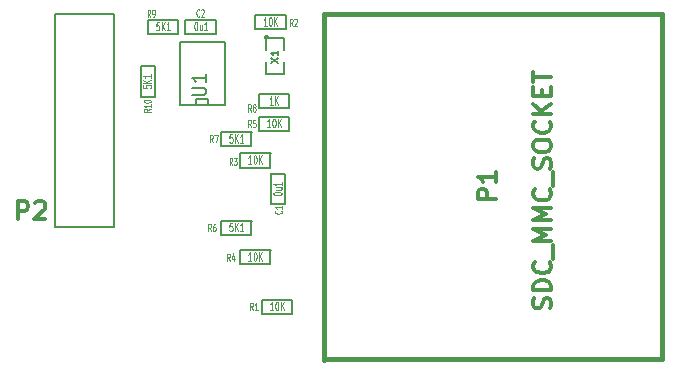
<source format=gto>
G04 (created by PCBNEW-RS274X (2011-11-27 BZR 3249)-stable) date 21/02/2012 2:37:18 p.m.*
G01*
G70*
G90*
%MOIN*%
G04 Gerber Fmt 3.4, Leading zero omitted, Abs format*
%FSLAX34Y34*%
G04 APERTURE LIST*
%ADD10C,0.006000*%
%ADD11C,0.005000*%
%ADD12C,0.015000*%
%ADD13C,0.003900*%
%ADD14C,0.004500*%
%ADD15C,0.012000*%
G04 APERTURE END LIST*
G54D10*
G54D11*
X24054Y-20550D02*
X23050Y-20550D01*
X23030Y-21022D02*
X24054Y-21022D01*
X24054Y-21022D02*
X24054Y-20550D01*
X23041Y-21018D02*
X23041Y-20558D01*
G54D12*
X28917Y-31885D02*
X28917Y-20359D01*
X28917Y-20359D02*
X40158Y-20359D01*
X40158Y-20359D02*
X40158Y-31865D01*
X40158Y-31865D02*
X28917Y-31865D01*
G54D11*
X26732Y-23503D02*
X27736Y-23503D01*
X27756Y-23031D02*
X26732Y-23031D01*
X26732Y-23031D02*
X26732Y-23503D01*
X27745Y-23035D02*
X27745Y-23495D01*
X25472Y-24763D02*
X26476Y-24763D01*
X26496Y-24291D02*
X25472Y-24291D01*
X25472Y-24291D02*
X25472Y-24763D01*
X26485Y-24295D02*
X26485Y-24755D01*
X25472Y-27716D02*
X26476Y-27716D01*
X26496Y-27244D02*
X25472Y-27244D01*
X25472Y-27244D02*
X25472Y-27716D01*
X26485Y-27248D02*
X26485Y-27708D01*
X23267Y-23109D02*
X23267Y-22105D01*
X22795Y-22085D02*
X22795Y-23109D01*
X22795Y-23109D02*
X23267Y-23109D01*
X22799Y-22096D02*
X23259Y-22096D01*
X26102Y-28700D02*
X27106Y-28700D01*
X27126Y-28228D02*
X26102Y-28228D01*
X26102Y-28228D02*
X26102Y-28700D01*
X27115Y-28232D02*
X27115Y-28692D01*
X26102Y-25472D02*
X27106Y-25472D01*
X27126Y-25000D02*
X26102Y-25000D01*
X26102Y-25000D02*
X26102Y-25472D01*
X27115Y-25004D02*
X27115Y-25464D01*
X26614Y-20866D02*
X27618Y-20866D01*
X27638Y-20394D02*
X26614Y-20394D01*
X26614Y-20394D02*
X26614Y-20866D01*
X27627Y-20398D02*
X27627Y-20858D01*
X26830Y-30350D02*
X27834Y-30350D01*
X27854Y-29878D02*
X26830Y-29878D01*
X26830Y-29878D02*
X26830Y-30350D01*
X27843Y-29882D02*
X27843Y-30342D01*
X27622Y-26685D02*
X27622Y-25681D01*
X27150Y-25661D02*
X27150Y-26685D01*
X27150Y-26685D02*
X27622Y-26685D01*
X27154Y-25672D02*
X27614Y-25672D01*
X27756Y-23779D02*
X26752Y-23779D01*
X26732Y-24251D02*
X27756Y-24251D01*
X27756Y-24251D02*
X27756Y-23779D01*
X26743Y-24247D02*
X26743Y-23787D01*
X24290Y-21022D02*
X25294Y-21022D01*
X25314Y-20550D02*
X24290Y-20550D01*
X24290Y-20550D02*
X24290Y-21022D01*
X25303Y-20554D02*
X25303Y-21014D01*
X27033Y-21121D02*
X27032Y-21130D01*
X27029Y-21140D01*
X27024Y-21148D01*
X27018Y-21156D01*
X27010Y-21162D01*
X27002Y-21167D01*
X26993Y-21169D01*
X26983Y-21170D01*
X26974Y-21170D01*
X26965Y-21167D01*
X26956Y-21162D01*
X26949Y-21156D01*
X26942Y-21149D01*
X26938Y-21140D01*
X26935Y-21131D01*
X26934Y-21121D01*
X26934Y-21112D01*
X26937Y-21103D01*
X26941Y-21094D01*
X26948Y-21087D01*
X26955Y-21080D01*
X26963Y-21076D01*
X26973Y-21073D01*
X26982Y-21072D01*
X26991Y-21072D01*
X27001Y-21075D01*
X27009Y-21079D01*
X27017Y-21085D01*
X27023Y-21093D01*
X27028Y-21101D01*
X27031Y-21110D01*
X27032Y-21120D01*
X27033Y-21121D01*
X26983Y-21571D02*
X26983Y-21171D01*
X26983Y-21171D02*
X27583Y-21171D01*
X27583Y-21171D02*
X27583Y-21571D01*
X27583Y-21971D02*
X27583Y-22371D01*
X27583Y-22371D02*
X26983Y-22371D01*
X26983Y-22371D02*
X26983Y-21971D01*
X25542Y-23372D02*
X25592Y-23372D01*
X25592Y-23372D02*
X25592Y-21272D01*
X24092Y-21272D02*
X24092Y-23372D01*
X24092Y-23372D02*
X25542Y-23372D01*
X24642Y-23372D02*
X24642Y-23172D01*
X24642Y-23172D02*
X25042Y-23172D01*
X25042Y-23172D02*
X25042Y-23372D01*
X24092Y-21272D02*
X25592Y-21272D01*
X19945Y-27449D02*
X19945Y-25874D01*
X21913Y-25874D02*
X21913Y-27449D01*
X19945Y-25087D02*
X19945Y-25875D01*
X21913Y-25087D02*
X21913Y-25875D01*
X19945Y-25087D02*
X19945Y-20363D01*
X19945Y-20363D02*
X21913Y-20363D01*
X21913Y-20363D02*
X21913Y-25087D01*
X21913Y-27450D02*
X19945Y-27450D01*
G54D13*
X23120Y-20455D02*
X23068Y-20340D01*
X23030Y-20455D02*
X23030Y-20214D01*
X23090Y-20214D01*
X23105Y-20226D01*
X23113Y-20237D01*
X23120Y-20260D01*
X23120Y-20294D01*
X23113Y-20317D01*
X23105Y-20329D01*
X23090Y-20340D01*
X23030Y-20340D01*
X23195Y-20455D02*
X23225Y-20455D01*
X23240Y-20444D01*
X23247Y-20432D01*
X23262Y-20398D01*
X23270Y-20352D01*
X23270Y-20260D01*
X23262Y-20237D01*
X23255Y-20226D01*
X23240Y-20214D01*
X23210Y-20214D01*
X23195Y-20226D01*
X23187Y-20237D01*
X23180Y-20260D01*
X23180Y-20317D01*
X23187Y-20340D01*
X23195Y-20352D01*
X23210Y-20363D01*
X23240Y-20363D01*
X23255Y-20352D01*
X23262Y-20340D01*
X23270Y-20317D01*
G54D14*
X23410Y-20619D02*
X23324Y-20619D01*
X23315Y-20753D01*
X23324Y-20739D01*
X23341Y-20726D01*
X23384Y-20726D01*
X23401Y-20739D01*
X23410Y-20753D01*
X23418Y-20779D01*
X23418Y-20846D01*
X23410Y-20873D01*
X23401Y-20886D01*
X23384Y-20899D01*
X23341Y-20899D01*
X23324Y-20886D01*
X23315Y-20873D01*
X23495Y-20899D02*
X23495Y-20619D01*
X23598Y-20899D02*
X23521Y-20739D01*
X23598Y-20619D02*
X23495Y-20779D01*
X23769Y-20899D02*
X23666Y-20899D01*
X23718Y-20899D02*
X23718Y-20619D01*
X23701Y-20659D01*
X23683Y-20686D01*
X23666Y-20699D01*
G54D15*
X34633Y-26520D02*
X34033Y-26520D01*
X34033Y-26292D01*
X34061Y-26234D01*
X34090Y-26206D01*
X34147Y-26177D01*
X34233Y-26177D01*
X34290Y-26206D01*
X34319Y-26234D01*
X34347Y-26292D01*
X34347Y-26520D01*
X34633Y-25606D02*
X34633Y-25949D01*
X34633Y-25777D02*
X34033Y-25777D01*
X34119Y-25834D01*
X34176Y-25892D01*
X34204Y-25949D01*
X36454Y-30169D02*
X36483Y-30083D01*
X36483Y-29940D01*
X36454Y-29883D01*
X36426Y-29854D01*
X36369Y-29826D01*
X36311Y-29826D01*
X36254Y-29854D01*
X36226Y-29883D01*
X36197Y-29940D01*
X36169Y-30054D01*
X36140Y-30112D01*
X36111Y-30140D01*
X36054Y-30169D01*
X35997Y-30169D01*
X35940Y-30140D01*
X35911Y-30112D01*
X35883Y-30054D01*
X35883Y-29912D01*
X35911Y-29826D01*
X36483Y-29569D02*
X35883Y-29569D01*
X35883Y-29426D01*
X35911Y-29341D01*
X35969Y-29283D01*
X36026Y-29255D01*
X36140Y-29226D01*
X36226Y-29226D01*
X36340Y-29255D01*
X36397Y-29283D01*
X36454Y-29341D01*
X36483Y-29426D01*
X36483Y-29569D01*
X36426Y-28626D02*
X36454Y-28655D01*
X36483Y-28741D01*
X36483Y-28798D01*
X36454Y-28883D01*
X36397Y-28941D01*
X36340Y-28969D01*
X36226Y-28998D01*
X36140Y-28998D01*
X36026Y-28969D01*
X35969Y-28941D01*
X35911Y-28883D01*
X35883Y-28798D01*
X35883Y-28741D01*
X35911Y-28655D01*
X35940Y-28626D01*
X36540Y-28512D02*
X36540Y-28055D01*
X36483Y-27912D02*
X35883Y-27912D01*
X36311Y-27712D01*
X35883Y-27512D01*
X36483Y-27512D01*
X36483Y-27226D02*
X35883Y-27226D01*
X36311Y-27026D01*
X35883Y-26826D01*
X36483Y-26826D01*
X36426Y-26197D02*
X36454Y-26226D01*
X36483Y-26312D01*
X36483Y-26369D01*
X36454Y-26454D01*
X36397Y-26512D01*
X36340Y-26540D01*
X36226Y-26569D01*
X36140Y-26569D01*
X36026Y-26540D01*
X35969Y-26512D01*
X35911Y-26454D01*
X35883Y-26369D01*
X35883Y-26312D01*
X35911Y-26226D01*
X35940Y-26197D01*
X36540Y-26083D02*
X36540Y-25626D01*
X36454Y-25512D02*
X36483Y-25426D01*
X36483Y-25283D01*
X36454Y-25226D01*
X36426Y-25197D01*
X36369Y-25169D01*
X36311Y-25169D01*
X36254Y-25197D01*
X36226Y-25226D01*
X36197Y-25283D01*
X36169Y-25397D01*
X36140Y-25455D01*
X36111Y-25483D01*
X36054Y-25512D01*
X35997Y-25512D01*
X35940Y-25483D01*
X35911Y-25455D01*
X35883Y-25397D01*
X35883Y-25255D01*
X35911Y-25169D01*
X35883Y-24798D02*
X35883Y-24684D01*
X35911Y-24626D01*
X35969Y-24569D01*
X36083Y-24541D01*
X36283Y-24541D01*
X36397Y-24569D01*
X36454Y-24626D01*
X36483Y-24684D01*
X36483Y-24798D01*
X36454Y-24855D01*
X36397Y-24912D01*
X36283Y-24941D01*
X36083Y-24941D01*
X35969Y-24912D01*
X35911Y-24855D01*
X35883Y-24798D01*
X36426Y-23940D02*
X36454Y-23969D01*
X36483Y-24055D01*
X36483Y-24112D01*
X36454Y-24197D01*
X36397Y-24255D01*
X36340Y-24283D01*
X36226Y-24312D01*
X36140Y-24312D01*
X36026Y-24283D01*
X35969Y-24255D01*
X35911Y-24197D01*
X35883Y-24112D01*
X35883Y-24055D01*
X35911Y-23969D01*
X35940Y-23940D01*
X36483Y-23683D02*
X35883Y-23683D01*
X36483Y-23340D02*
X36140Y-23597D01*
X35883Y-23340D02*
X36226Y-23683D01*
X36169Y-23083D02*
X36169Y-22883D01*
X36483Y-22797D02*
X36483Y-23083D01*
X35883Y-23083D01*
X35883Y-22797D01*
X35883Y-22626D02*
X35883Y-22283D01*
X36483Y-22454D02*
X35883Y-22454D01*
G54D13*
X26478Y-23605D02*
X26426Y-23490D01*
X26388Y-23605D02*
X26388Y-23364D01*
X26448Y-23364D01*
X26463Y-23376D01*
X26471Y-23387D01*
X26478Y-23410D01*
X26478Y-23444D01*
X26471Y-23467D01*
X26463Y-23479D01*
X26448Y-23490D01*
X26388Y-23490D01*
X26568Y-23467D02*
X26553Y-23456D01*
X26545Y-23444D01*
X26538Y-23421D01*
X26538Y-23410D01*
X26545Y-23387D01*
X26553Y-23376D01*
X26568Y-23364D01*
X26598Y-23364D01*
X26613Y-23376D01*
X26620Y-23387D01*
X26628Y-23410D01*
X26628Y-23421D01*
X26620Y-23444D01*
X26613Y-23456D01*
X26598Y-23467D01*
X26568Y-23467D01*
X26553Y-23479D01*
X26545Y-23490D01*
X26538Y-23513D01*
X26538Y-23559D01*
X26545Y-23582D01*
X26553Y-23594D01*
X26568Y-23605D01*
X26598Y-23605D01*
X26613Y-23594D01*
X26620Y-23582D01*
X26628Y-23559D01*
X26628Y-23513D01*
X26620Y-23490D01*
X26613Y-23479D01*
X26598Y-23467D01*
G54D14*
X27206Y-23380D02*
X27103Y-23380D01*
X27155Y-23380D02*
X27155Y-23100D01*
X27138Y-23140D01*
X27120Y-23167D01*
X27103Y-23180D01*
X27283Y-23380D02*
X27283Y-23100D01*
X27386Y-23380D02*
X27309Y-23220D01*
X27386Y-23100D02*
X27283Y-23260D01*
G54D13*
X25202Y-24625D02*
X25150Y-24510D01*
X25112Y-24625D02*
X25112Y-24384D01*
X25172Y-24384D01*
X25187Y-24396D01*
X25195Y-24407D01*
X25202Y-24430D01*
X25202Y-24464D01*
X25195Y-24487D01*
X25187Y-24499D01*
X25172Y-24510D01*
X25112Y-24510D01*
X25254Y-24384D02*
X25359Y-24384D01*
X25292Y-24625D01*
G54D14*
X25852Y-24360D02*
X25766Y-24360D01*
X25757Y-24494D01*
X25766Y-24480D01*
X25783Y-24467D01*
X25826Y-24467D01*
X25843Y-24480D01*
X25852Y-24494D01*
X25860Y-24520D01*
X25860Y-24587D01*
X25852Y-24614D01*
X25843Y-24627D01*
X25826Y-24640D01*
X25783Y-24640D01*
X25766Y-24627D01*
X25757Y-24614D01*
X25937Y-24640D02*
X25937Y-24360D01*
X26040Y-24640D02*
X25963Y-24480D01*
X26040Y-24360D02*
X25937Y-24520D01*
X26211Y-24640D02*
X26108Y-24640D01*
X26160Y-24640D02*
X26160Y-24360D01*
X26143Y-24400D01*
X26125Y-24427D01*
X26108Y-24440D01*
G54D13*
X25143Y-27593D02*
X25091Y-27478D01*
X25053Y-27593D02*
X25053Y-27352D01*
X25113Y-27352D01*
X25128Y-27364D01*
X25136Y-27375D01*
X25143Y-27398D01*
X25143Y-27432D01*
X25136Y-27455D01*
X25128Y-27467D01*
X25113Y-27478D01*
X25053Y-27478D01*
X25278Y-27352D02*
X25248Y-27352D01*
X25233Y-27364D01*
X25225Y-27375D01*
X25210Y-27409D01*
X25203Y-27455D01*
X25203Y-27547D01*
X25210Y-27570D01*
X25218Y-27582D01*
X25233Y-27593D01*
X25263Y-27593D01*
X25278Y-27582D01*
X25285Y-27570D01*
X25293Y-27547D01*
X25293Y-27490D01*
X25285Y-27467D01*
X25278Y-27455D01*
X25263Y-27444D01*
X25233Y-27444D01*
X25218Y-27455D01*
X25210Y-27467D01*
X25203Y-27490D01*
G54D14*
X25852Y-27313D02*
X25766Y-27313D01*
X25757Y-27447D01*
X25766Y-27433D01*
X25783Y-27420D01*
X25826Y-27420D01*
X25843Y-27433D01*
X25852Y-27447D01*
X25860Y-27473D01*
X25860Y-27540D01*
X25852Y-27567D01*
X25843Y-27580D01*
X25826Y-27593D01*
X25783Y-27593D01*
X25766Y-27580D01*
X25757Y-27567D01*
X25937Y-27593D02*
X25937Y-27313D01*
X26040Y-27593D02*
X25963Y-27433D01*
X26040Y-27313D02*
X25937Y-27473D01*
X26211Y-27593D02*
X26108Y-27593D01*
X26160Y-27593D02*
X26160Y-27313D01*
X26143Y-27353D01*
X26125Y-27380D01*
X26108Y-27393D01*
G54D13*
X23136Y-23518D02*
X23021Y-23570D01*
X23136Y-23608D02*
X22895Y-23608D01*
X22895Y-23548D01*
X22907Y-23533D01*
X22918Y-23525D01*
X22941Y-23518D01*
X22975Y-23518D01*
X22998Y-23525D01*
X23010Y-23533D01*
X23021Y-23548D01*
X23021Y-23608D01*
X23136Y-23368D02*
X23136Y-23458D01*
X23136Y-23413D02*
X22895Y-23413D01*
X22929Y-23428D01*
X22952Y-23443D01*
X22964Y-23458D01*
X22895Y-23271D02*
X22895Y-23256D01*
X22907Y-23241D01*
X22918Y-23233D01*
X22941Y-23226D01*
X22987Y-23218D01*
X23044Y-23218D01*
X23090Y-23226D01*
X23113Y-23233D01*
X23125Y-23241D01*
X23136Y-23256D01*
X23136Y-23271D01*
X23125Y-23286D01*
X23113Y-23293D01*
X23090Y-23301D01*
X23044Y-23308D01*
X22987Y-23308D01*
X22941Y-23301D01*
X22918Y-23293D01*
X22907Y-23286D01*
X22895Y-23271D01*
G54D14*
X22864Y-22729D02*
X22864Y-22815D01*
X22998Y-22824D01*
X22984Y-22815D01*
X22971Y-22798D01*
X22971Y-22755D01*
X22984Y-22738D01*
X22998Y-22729D01*
X23024Y-22721D01*
X23091Y-22721D01*
X23118Y-22729D01*
X23131Y-22738D01*
X23144Y-22755D01*
X23144Y-22798D01*
X23131Y-22815D01*
X23118Y-22824D01*
X23144Y-22644D02*
X22864Y-22644D01*
X23144Y-22541D02*
X22984Y-22618D01*
X22864Y-22541D02*
X23024Y-22644D01*
X23144Y-22370D02*
X23144Y-22473D01*
X23144Y-22421D02*
X22864Y-22421D01*
X22904Y-22438D01*
X22931Y-22456D01*
X22944Y-22473D01*
G54D13*
X25773Y-28585D02*
X25721Y-28470D01*
X25683Y-28585D02*
X25683Y-28344D01*
X25743Y-28344D01*
X25758Y-28356D01*
X25766Y-28367D01*
X25773Y-28390D01*
X25773Y-28424D01*
X25766Y-28447D01*
X25758Y-28459D01*
X25743Y-28470D01*
X25683Y-28470D01*
X25908Y-28424D02*
X25908Y-28585D01*
X25870Y-28333D02*
X25833Y-28505D01*
X25930Y-28505D01*
G54D14*
X26490Y-28577D02*
X26387Y-28577D01*
X26439Y-28577D02*
X26439Y-28297D01*
X26422Y-28337D01*
X26404Y-28364D01*
X26387Y-28377D01*
X26601Y-28297D02*
X26618Y-28297D01*
X26635Y-28311D01*
X26644Y-28324D01*
X26653Y-28351D01*
X26661Y-28404D01*
X26661Y-28471D01*
X26653Y-28524D01*
X26644Y-28551D01*
X26635Y-28564D01*
X26618Y-28577D01*
X26601Y-28577D01*
X26584Y-28564D01*
X26575Y-28551D01*
X26567Y-28524D01*
X26558Y-28471D01*
X26558Y-28404D01*
X26567Y-28351D01*
X26575Y-28324D01*
X26584Y-28311D01*
X26601Y-28297D01*
X26738Y-28577D02*
X26738Y-28297D01*
X26841Y-28577D02*
X26764Y-28417D01*
X26841Y-28297D02*
X26738Y-28457D01*
G54D13*
X25848Y-25388D02*
X25796Y-25273D01*
X25758Y-25388D02*
X25758Y-25147D01*
X25818Y-25147D01*
X25833Y-25159D01*
X25841Y-25170D01*
X25848Y-25193D01*
X25848Y-25227D01*
X25841Y-25250D01*
X25833Y-25262D01*
X25818Y-25273D01*
X25758Y-25273D01*
X25900Y-25147D02*
X25998Y-25147D01*
X25945Y-25239D01*
X25968Y-25239D01*
X25983Y-25250D01*
X25990Y-25262D01*
X25998Y-25285D01*
X25998Y-25342D01*
X25990Y-25365D01*
X25983Y-25377D01*
X25968Y-25388D01*
X25923Y-25388D01*
X25908Y-25377D01*
X25900Y-25365D01*
G54D14*
X26490Y-25349D02*
X26387Y-25349D01*
X26439Y-25349D02*
X26439Y-25069D01*
X26422Y-25109D01*
X26404Y-25136D01*
X26387Y-25149D01*
X26601Y-25069D02*
X26618Y-25069D01*
X26635Y-25083D01*
X26644Y-25096D01*
X26653Y-25123D01*
X26661Y-25176D01*
X26661Y-25243D01*
X26653Y-25296D01*
X26644Y-25323D01*
X26635Y-25336D01*
X26618Y-25349D01*
X26601Y-25349D01*
X26584Y-25336D01*
X26575Y-25323D01*
X26567Y-25296D01*
X26558Y-25243D01*
X26558Y-25176D01*
X26567Y-25123D01*
X26575Y-25096D01*
X26584Y-25083D01*
X26601Y-25069D01*
X26738Y-25349D02*
X26738Y-25069D01*
X26841Y-25349D02*
X26764Y-25189D01*
X26841Y-25069D02*
X26738Y-25229D01*
G54D13*
X27860Y-20754D02*
X27808Y-20639D01*
X27770Y-20754D02*
X27770Y-20513D01*
X27830Y-20513D01*
X27845Y-20525D01*
X27853Y-20536D01*
X27860Y-20559D01*
X27860Y-20593D01*
X27853Y-20616D01*
X27845Y-20628D01*
X27830Y-20639D01*
X27770Y-20639D01*
X27920Y-20536D02*
X27927Y-20525D01*
X27942Y-20513D01*
X27980Y-20513D01*
X27995Y-20525D01*
X28002Y-20536D01*
X28010Y-20559D01*
X28010Y-20582D01*
X28002Y-20616D01*
X27912Y-20754D01*
X28010Y-20754D01*
G54D14*
X27002Y-20743D02*
X26899Y-20743D01*
X26951Y-20743D02*
X26951Y-20463D01*
X26934Y-20503D01*
X26916Y-20530D01*
X26899Y-20543D01*
X27113Y-20463D02*
X27130Y-20463D01*
X27147Y-20477D01*
X27156Y-20490D01*
X27165Y-20517D01*
X27173Y-20570D01*
X27173Y-20637D01*
X27165Y-20690D01*
X27156Y-20717D01*
X27147Y-20730D01*
X27130Y-20743D01*
X27113Y-20743D01*
X27096Y-20730D01*
X27087Y-20717D01*
X27079Y-20690D01*
X27070Y-20637D01*
X27070Y-20570D01*
X27079Y-20517D01*
X27087Y-20490D01*
X27096Y-20477D01*
X27113Y-20463D01*
X27250Y-20743D02*
X27250Y-20463D01*
X27353Y-20743D02*
X27276Y-20583D01*
X27353Y-20463D02*
X27250Y-20623D01*
G54D13*
X26541Y-30219D02*
X26489Y-30104D01*
X26451Y-30219D02*
X26451Y-29978D01*
X26511Y-29978D01*
X26526Y-29990D01*
X26534Y-30001D01*
X26541Y-30024D01*
X26541Y-30058D01*
X26534Y-30081D01*
X26526Y-30093D01*
X26511Y-30104D01*
X26451Y-30104D01*
X26691Y-30219D02*
X26601Y-30219D01*
X26646Y-30219D02*
X26646Y-29978D01*
X26631Y-30012D01*
X26616Y-30035D01*
X26601Y-30047D01*
G54D14*
X27218Y-30227D02*
X27115Y-30227D01*
X27167Y-30227D02*
X27167Y-29947D01*
X27150Y-29987D01*
X27132Y-30014D01*
X27115Y-30027D01*
X27329Y-29947D02*
X27346Y-29947D01*
X27363Y-29961D01*
X27372Y-29974D01*
X27381Y-30001D01*
X27389Y-30054D01*
X27389Y-30121D01*
X27381Y-30174D01*
X27372Y-30201D01*
X27363Y-30214D01*
X27346Y-30227D01*
X27329Y-30227D01*
X27312Y-30214D01*
X27303Y-30201D01*
X27295Y-30174D01*
X27286Y-30121D01*
X27286Y-30054D01*
X27295Y-30001D01*
X27303Y-29974D01*
X27312Y-29961D01*
X27329Y-29947D01*
X27466Y-30227D02*
X27466Y-29947D01*
X27569Y-30227D02*
X27492Y-30067D01*
X27569Y-29947D02*
X27466Y-30107D01*
G54D13*
X27480Y-26908D02*
X27492Y-26915D01*
X27503Y-26938D01*
X27503Y-26953D01*
X27492Y-26975D01*
X27469Y-26990D01*
X27446Y-26998D01*
X27400Y-27005D01*
X27365Y-27005D01*
X27319Y-26998D01*
X27296Y-26990D01*
X27274Y-26975D01*
X27262Y-26953D01*
X27262Y-26938D01*
X27274Y-26915D01*
X27285Y-26908D01*
X27503Y-26758D02*
X27503Y-26848D01*
X27503Y-26803D02*
X27262Y-26803D01*
X27296Y-26818D01*
X27319Y-26833D01*
X27331Y-26848D01*
G54D14*
X27219Y-26348D02*
X27219Y-26331D01*
X27233Y-26314D01*
X27246Y-26305D01*
X27273Y-26296D01*
X27326Y-26288D01*
X27393Y-26288D01*
X27446Y-26296D01*
X27473Y-26305D01*
X27486Y-26314D01*
X27499Y-26331D01*
X27499Y-26348D01*
X27486Y-26365D01*
X27473Y-26374D01*
X27446Y-26382D01*
X27393Y-26391D01*
X27326Y-26391D01*
X27273Y-26382D01*
X27246Y-26374D01*
X27233Y-26365D01*
X27219Y-26348D01*
X27313Y-26134D02*
X27499Y-26134D01*
X27313Y-26211D02*
X27459Y-26211D01*
X27486Y-26203D01*
X27499Y-26185D01*
X27499Y-26160D01*
X27486Y-26143D01*
X27473Y-26134D01*
X27499Y-25954D02*
X27499Y-26057D01*
X27499Y-26005D02*
X27219Y-26005D01*
X27259Y-26022D01*
X27286Y-26040D01*
X27299Y-26057D01*
G54D13*
X26478Y-24128D02*
X26426Y-24013D01*
X26388Y-24128D02*
X26388Y-23887D01*
X26448Y-23887D01*
X26463Y-23899D01*
X26471Y-23910D01*
X26478Y-23933D01*
X26478Y-23967D01*
X26471Y-23990D01*
X26463Y-24002D01*
X26448Y-24013D01*
X26388Y-24013D01*
X26620Y-23887D02*
X26545Y-23887D01*
X26538Y-24002D01*
X26545Y-23990D01*
X26560Y-23979D01*
X26598Y-23979D01*
X26613Y-23990D01*
X26620Y-24002D01*
X26628Y-24025D01*
X26628Y-24082D01*
X26620Y-24105D01*
X26613Y-24117D01*
X26598Y-24128D01*
X26560Y-24128D01*
X26545Y-24117D01*
X26538Y-24105D01*
G54D14*
X27120Y-24128D02*
X27017Y-24128D01*
X27069Y-24128D02*
X27069Y-23848D01*
X27052Y-23888D01*
X27034Y-23915D01*
X27017Y-23928D01*
X27231Y-23848D02*
X27248Y-23848D01*
X27265Y-23862D01*
X27274Y-23875D01*
X27283Y-23902D01*
X27291Y-23955D01*
X27291Y-24022D01*
X27283Y-24075D01*
X27274Y-24102D01*
X27265Y-24115D01*
X27248Y-24128D01*
X27231Y-24128D01*
X27214Y-24115D01*
X27205Y-24102D01*
X27197Y-24075D01*
X27188Y-24022D01*
X27188Y-23955D01*
X27197Y-23902D01*
X27205Y-23875D01*
X27214Y-23862D01*
X27231Y-23848D01*
X27368Y-24128D02*
X27368Y-23848D01*
X27471Y-24128D02*
X27394Y-23968D01*
X27471Y-23848D02*
X27368Y-24008D01*
G54D13*
X24754Y-20417D02*
X24747Y-20429D01*
X24724Y-20440D01*
X24709Y-20440D01*
X24687Y-20429D01*
X24672Y-20406D01*
X24664Y-20383D01*
X24657Y-20337D01*
X24657Y-20302D01*
X24664Y-20256D01*
X24672Y-20233D01*
X24687Y-20211D01*
X24709Y-20199D01*
X24724Y-20199D01*
X24747Y-20211D01*
X24754Y-20222D01*
X24814Y-20222D02*
X24821Y-20211D01*
X24836Y-20199D01*
X24874Y-20199D01*
X24889Y-20211D01*
X24896Y-20222D01*
X24904Y-20245D01*
X24904Y-20268D01*
X24896Y-20302D01*
X24806Y-20440D01*
X24904Y-20440D01*
G54D14*
X24627Y-20619D02*
X24644Y-20619D01*
X24661Y-20633D01*
X24670Y-20646D01*
X24679Y-20673D01*
X24687Y-20726D01*
X24687Y-20793D01*
X24679Y-20846D01*
X24670Y-20873D01*
X24661Y-20886D01*
X24644Y-20899D01*
X24627Y-20899D01*
X24610Y-20886D01*
X24601Y-20873D01*
X24593Y-20846D01*
X24584Y-20793D01*
X24584Y-20726D01*
X24593Y-20673D01*
X24601Y-20646D01*
X24610Y-20633D01*
X24627Y-20619D01*
X24841Y-20713D02*
X24841Y-20899D01*
X24764Y-20713D02*
X24764Y-20859D01*
X24772Y-20886D01*
X24790Y-20899D01*
X24815Y-20899D01*
X24832Y-20886D01*
X24841Y-20873D01*
X25021Y-20899D02*
X24918Y-20899D01*
X24970Y-20899D02*
X24970Y-20619D01*
X24953Y-20659D01*
X24935Y-20686D01*
X24918Y-20699D01*
G54D11*
X27134Y-21973D02*
X27384Y-21807D01*
X27134Y-21807D02*
X27384Y-21973D01*
X27384Y-21581D02*
X27384Y-21723D01*
X27384Y-21652D02*
X27134Y-21652D01*
X27170Y-21676D01*
X27194Y-21700D01*
X27206Y-21723D01*
G54D10*
X24512Y-23071D02*
X24876Y-23071D01*
X24919Y-23049D01*
X24941Y-23028D01*
X24962Y-22985D01*
X24962Y-22899D01*
X24941Y-22857D01*
X24919Y-22835D01*
X24876Y-22814D01*
X24512Y-22814D01*
X24962Y-22364D02*
X24962Y-22621D01*
X24962Y-22493D02*
X24512Y-22493D01*
X24576Y-22536D01*
X24619Y-22578D01*
X24641Y-22621D01*
G54D15*
X18707Y-27203D02*
X18707Y-26603D01*
X18935Y-26603D01*
X18993Y-26631D01*
X19021Y-26660D01*
X19050Y-26717D01*
X19050Y-26803D01*
X19021Y-26860D01*
X18993Y-26889D01*
X18935Y-26917D01*
X18707Y-26917D01*
X19278Y-26660D02*
X19307Y-26631D01*
X19364Y-26603D01*
X19507Y-26603D01*
X19564Y-26631D01*
X19593Y-26660D01*
X19621Y-26717D01*
X19621Y-26774D01*
X19593Y-26860D01*
X19250Y-27203D01*
X19621Y-27203D01*
M02*

</source>
